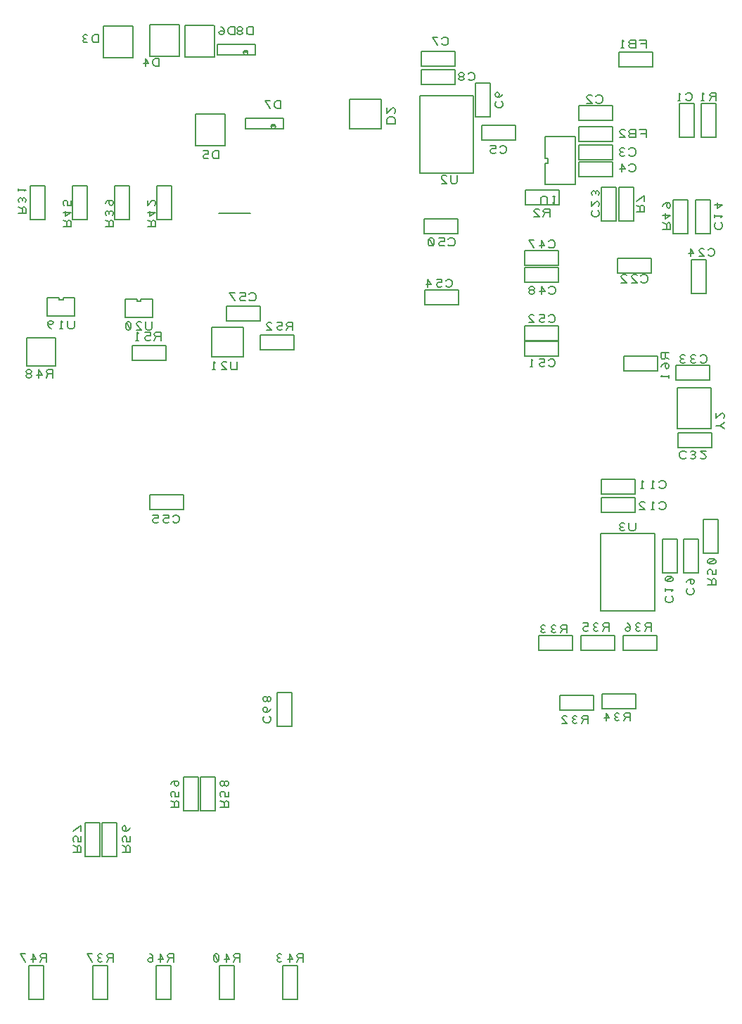
<source format=gbr>
G04 DesignSpark PCB Gerber Version 9.0 Build 5138 *
G04 #@! TF.Part,Single*
G04 #@! TF.FileFunction,Legend,Bot *
G04 #@! TF.FilePolarity,Positive *
%FSLAX35Y35*%
%MOIN*%
%ADD10C,0.00500*%
X0Y0D02*
D02*
D10*
X32639Y483074D02*
X36389D01*
Y485261*
X36076Y485887*
X35451Y486199*
X34826Y485887*
X34514Y485261*
Y483074*
Y485261D02*
X32639Y486199D01*
X32951Y488387D02*
X32639Y489011D01*
Y489637*
X32951Y490261*
X33576Y490574*
X34201Y490261*
X34514Y489637*
Y489011*
Y489637D02*
X34826Y490261D01*
X35451Y490574*
X36076Y490261*
X36389Y489637*
Y489011*
X36076Y488387*
X32639Y493699D02*
Y494949D01*
Y494324D02*
X36389D01*
X35764Y493699*
X37595Y110982D02*
Y126982D01*
X44595*
Y110982*
X37595*
X45201Y496074D02*
Y480074D01*
X38201*
Y496074*
X45201*
X46095Y128669D02*
Y132419D01*
X43908*
X43283Y132107*
X42970Y131482*
X43283Y130857*
X43908Y130544*
X46095*
X43908D02*
X42970Y128669D01*
X39533D02*
Y132419D01*
X41095Y129919*
X38595*
X36095Y128669D02*
X33595Y132419D01*
X36095*
X46470Y443190D02*
Y434528D01*
X59463*
Y443190*
X53951*
Y442206*
X51982*
Y443190*
X46470*
X49000Y405261D02*
Y409011D01*
X46813*
X46187Y408699*
X45875Y408074*
X46187Y407449*
X46813Y407137*
X49000*
X46813D02*
X45875Y405261D01*
X42437D02*
Y409011D01*
X44000Y406511*
X41500*
X38063Y407137D02*
X37437D01*
X36813Y407449*
X36500Y408074*
X36813Y408699*
X37437Y409011*
X38063*
X38687Y408699*
X39000Y408074*
X38687Y407449*
X38063Y407137*
X38687Y406824*
X39000Y406199*
X38687Y405574*
X38063Y405261*
X37437*
X36813Y405574*
X36500Y406199*
X36813Y406824*
X37437Y407137*
X50386Y424331D02*
X36803D01*
Y410945*
X50386*
Y424331*
X53889Y476824D02*
X57639D01*
Y479011*
X57326Y479637*
X56701Y479949*
X56076Y479637*
X55764Y479011*
Y476824*
Y479011D02*
X53889Y479949D01*
Y483387D02*
X57639D01*
X55139Y481824*
Y484324*
X54201Y486824D02*
X53889Y487449D01*
Y488387*
X54201Y489011*
X54826Y489324*
X55139*
X55764Y489011*
X56076Y488387*
Y486824*
X57639*
Y489324*
X58687Y180574D02*
X62437D01*
Y182761*
X62125Y183387*
X61500Y183699*
X60875Y183387*
X60563Y182761*
Y180574*
Y182761D02*
X58687Y183699D01*
X59000Y185574D02*
X58687Y186199D01*
Y187137*
X59000Y187761*
X59625Y188074*
X59937*
X60563Y187761*
X60875Y187137*
Y185574*
X62437*
Y188074*
X58687Y190574D02*
X62437Y193074D01*
Y190574*
X59217Y432296D02*
Y429484D01*
X58904Y428859*
X58279Y428546*
X57029*
X56404Y428859*
X56091Y429484*
Y432296*
X53591Y428546D02*
X52341D01*
X52967D02*
Y432296D01*
X53591Y431672*
X48279Y428546D02*
X47654Y428859D01*
X47029Y429484*
X46717Y430422*
Y431359*
X47029Y431984*
X47654Y432296*
X48279*
X48904Y431984*
X49217Y431359*
X48904Y430734*
X48279Y430422*
X47654*
X47029Y430734*
X46717Y431359*
X65201Y496074D02*
Y480074D01*
X58201*
Y496074*
X65201*
X67995Y110982D02*
Y126982D01*
X74995*
Y110982*
X67995*
X70750Y564011D02*
Y567761D01*
X68875*
X68250Y567449*
X67937Y567137*
X67625Y566511*
Y565261*
X67937Y564637*
X68250Y564324*
X68875Y564011*
X70750*
X65437Y564324D02*
X64813Y564011D01*
X64187*
X63563Y564324*
X63250Y564949*
X63563Y565574*
X64187Y565887*
X64813*
X64187D02*
X63563Y566199D01*
X63250Y566824*
X63563Y567449*
X64187Y567761*
X64813*
X65437Y567449*
X71500Y194574D02*
Y178574D01*
X64500*
Y194574*
X71500*
X73889Y476824D02*
X77639D01*
Y479011*
X77326Y479637*
X76701Y479949*
X76076Y479637*
X75764Y479011*
Y476824*
Y479011D02*
X73889Y479949D01*
X74201Y482137D02*
X73889Y482761D01*
Y483387*
X74201Y484011*
X74826Y484324*
X75451Y484011*
X75764Y483387*
Y482761*
Y483387D02*
X76076Y484011D01*
X76701Y484324*
X77326Y484011*
X77639Y483387*
Y482761*
X77326Y482137*
X73889Y487761D02*
X74201Y488387D01*
X74826Y489011*
X75764Y489324*
X76701*
X77326Y489011*
X77639Y488387*
Y487761*
X77326Y487137*
X76701Y486824*
X76076Y487137*
X75764Y487761*
Y488387*
X76076Y489011*
X76701Y489324*
X77745Y128669D02*
Y132419D01*
X75558*
X74933Y132107*
X74620Y131482*
X74933Y130857*
X75558Y130544*
X77745*
X75558D02*
X74620Y128669D01*
X72433Y128982D02*
X71808Y128669D01*
X71183*
X70558Y128982*
X70245Y129607*
X70558Y130232*
X71183Y130544*
X71808*
X71183D02*
X70558Y130857D01*
X70245Y131482*
X70558Y132107*
X71183Y132419*
X71808*
X72433Y132107*
X67745Y128669D02*
X65245Y132419D01*
X67745*
X79500Y194574D02*
Y178574D01*
X72500*
Y194574*
X79500*
X81937Y180574D02*
X85687D01*
Y182761*
X85375Y183387*
X84750Y183699*
X84125Y183387*
X83813Y182761*
Y180574*
Y182761D02*
X81937Y183699D01*
X82250Y185574D02*
X81937Y186199D01*
Y187137*
X82250Y187761*
X82875Y188074*
X83187*
X83813Y187761*
X84125Y187137*
Y185574*
X85687*
Y188074*
X82875Y190574D02*
X83500Y190887D01*
X83813Y191511*
Y192137*
X83500Y192761*
X82875Y193074*
X82250Y192761*
X81937Y192137*
Y191511*
X82250Y190887*
X82875Y190574*
X83813*
X84750Y190887*
X85375Y191511*
X85687Y192137*
X83334Y442587D02*
Y433926D01*
X96326*
Y442587*
X90814*
Y441603*
X88846*
Y442587*
X83334*
X85201Y496074D02*
Y480074D01*
X78201*
Y496074*
X85201*
X86828Y420513D02*
X102828D01*
Y413513*
X86828*
Y420513*
X87000Y571824D02*
Y556824D01*
X73000*
Y571824*
X86900*
X93889Y476824D02*
X97639D01*
Y479011*
X97326Y479637*
X96701Y479949*
X96076Y479637*
X95764Y479011*
Y476824*
Y479011D02*
X93889Y479949D01*
Y483387D02*
X97639D01*
X95139Y481824*
Y484324*
X93889Y489324D02*
Y486824D01*
X96076Y489011*
X96701Y489324*
X97326Y489011*
X97639Y488387*
Y487449*
X97326Y486824*
X94951Y349910D02*
X110951D01*
Y342910*
X94951*
Y349910*
X96080Y431694D02*
Y428881D01*
X95767Y428256*
X95143Y427944*
X93893*
X93267Y428256*
X92955Y428881*
Y431694*
X88580Y427944D02*
X91080D01*
X88893Y430131*
X88580Y430756*
X88893Y431381*
X89517Y431694*
X90455*
X91080Y431381*
X85767Y428256D02*
X85143Y427944D01*
X84517*
X83893Y428256*
X83580Y428881*
Y430756*
X83893Y431381*
X84517Y431694*
X85143*
X85767Y431381*
X86080Y430756*
Y428881*
X85767Y428256*
X83893Y431381*
X97995Y110982D02*
Y126982D01*
X104995*
Y110982*
X97995*
X99500Y552761D02*
Y556511D01*
X97625*
X97000Y556199*
X96687Y555887*
X96375Y555261*
Y554011*
X96687Y553387*
X97000Y553074*
X97625Y552761*
X99500*
X92937D02*
Y556511D01*
X94500Y554011*
X92000*
X100250Y422950D02*
Y426700D01*
X98063*
X97437Y426388*
X97125Y425763*
X97437Y425138*
X98063Y424826*
X100250*
X98063D02*
X97125Y422950D01*
X95250Y423263D02*
X94625Y422950D01*
X93687*
X93063Y423263*
X92750Y423888*
Y424200*
X93063Y424826*
X93687Y425138*
X95250*
Y426700*
X92750*
X89625Y422950D02*
X88375D01*
X89000D02*
Y426700D01*
X89625Y426076*
X104937Y201824D02*
X108687D01*
Y204011*
X108375Y204637*
X107750Y204949*
X107125Y204637*
X106813Y204011*
Y201824*
Y204011D02*
X104937Y204949D01*
X105250Y206824D02*
X104937Y207449D01*
Y208387*
X105250Y209011*
X105875Y209324*
X106187*
X106813Y209011*
X107125Y208387*
Y206824*
X108687*
Y209324*
X104937Y212761D02*
X105250Y213387D01*
X105875Y214011*
X106813Y214324*
X107750*
X108375Y214011*
X108687Y213387*
Y212761*
X108375Y212137*
X107750Y211824*
X107125Y212137*
X106813Y212761*
Y213387*
X107125Y214011*
X107750Y214324*
X105201Y496074D02*
Y480074D01*
X98201*
Y496074*
X105201*
X106495Y128669D02*
Y132419D01*
X104308*
X103683Y132107*
X103370Y131482*
X103683Y130857*
X104308Y130544*
X106495*
X104308D02*
X103370Y128669D01*
X99933D02*
Y132419D01*
X101495Y129919*
X98995*
X96495Y129607D02*
X96183Y130232D01*
X95558Y130544*
X94933*
X94308Y130232*
X93995Y129607*
X94308Y128982*
X94933Y128669*
X95558*
X96183Y128982*
X96495Y129607*
Y130544*
X96183Y131482*
X95558Y132107*
X94933Y132419*
X105875Y337137D02*
X106187Y336824D01*
X106813Y336511*
X107750*
X108375Y336824*
X108687Y337137*
X109000Y337761*
Y339011*
X108687Y339637*
X108375Y339949*
X107750Y340261*
X106813*
X106187Y339949*
X105875Y339637*
X104000Y336824D02*
X103375Y336511D01*
X102437*
X101813Y336824*
X101500Y337449*
Y337761*
X101813Y338387*
X102437Y338699*
X104000*
Y340261*
X101500*
X99000Y336824D02*
X98375Y336511D01*
X97437*
X96813Y336824*
X96500Y337449*
Y337761*
X96813Y338387*
X97437Y338699*
X99000*
Y340261*
X96500*
X109000Y572574D02*
Y557574D01*
X95000*
Y572574*
X108900*
X116569Y515105D02*
Y530105D01*
X130569*
Y515105*
X116669*
X118000Y216074D02*
Y200074D01*
X111000*
Y216074*
X118000*
X125571Y572074D02*
Y557074D01*
X111571*
Y572074*
X125471*
X126000Y216074D02*
Y200074D01*
X119000*
Y216074*
X126000*
X128437Y201824D02*
X132187D01*
Y204011*
X131875Y204637*
X131250Y204949*
X130625Y204637*
X130313Y204011*
Y201824*
Y204011D02*
X128437Y204949D01*
X128750Y206824D02*
X128437Y207449D01*
Y208387*
X128750Y209011*
X129375Y209324*
X129687*
X130313Y209011*
X130625Y208387*
Y206824*
X132187*
Y209324*
X130313Y212761D02*
Y213387D01*
X130625Y214011*
X131250Y214324*
X131875Y214011*
X132187Y213387*
Y212761*
X131875Y212137*
X131250Y211824*
X130625Y212137*
X130313Y212761*
X130000Y212137*
X129375Y211824*
X128750Y212137*
X128437Y212761*
Y213387*
X128750Y214011*
X129375Y214324*
X130000Y214011*
X130313Y213387*
X127750Y483074D02*
X142750D01*
X127750Y509011D02*
Y512761D01*
X125875*
X125250Y512449*
X124937Y512137*
X124625Y511511*
Y510261*
X124937Y509637*
X125250Y509324*
X125875Y509011*
X127750*
X122750Y509324D02*
X122125Y509011D01*
X121187*
X120563Y509324*
X120250Y509949*
Y510261*
X120563Y510887*
X121187Y511199*
X122750*
Y512761*
X120250*
X127995Y110982D02*
Y126982D01*
X134995*
Y110982*
X127995*
X131189Y439257D02*
X147189D01*
Y432257*
X131189*
Y439257*
X135250Y567761D02*
Y571511D01*
X133375*
X132750Y571199*
X132437Y570887*
X132125Y570261*
Y569011*
X132437Y568387*
X132750Y568074*
X133375Y567761*
X135250*
X130250Y568699D02*
X129937Y569324D01*
X129313Y569637*
X128687*
X128063Y569324*
X127750Y568699*
X128063Y568074*
X128687Y567761*
X129313*
X129937Y568074*
X130250Y568699*
Y569637*
X129937Y570574*
X129313Y571199*
X128687Y571511*
X136500Y412761D02*
Y409949D01*
X136187Y409324*
X135563Y409011*
X134313*
X133687Y409324*
X133375Y409949*
Y412761*
X129000Y409011D02*
X131500D01*
X129313Y411199*
X129000Y411824*
X129313Y412449*
X129937Y412761*
X130875*
X131500Y412449*
X125875Y409011D02*
X124625D01*
X125250D02*
Y412761D01*
X125875Y412137*
X137745Y128669D02*
Y132419D01*
X135558*
X134933Y132107*
X134620Y131482*
X134933Y130857*
X135558Y130544*
X137745*
X135558D02*
X134620Y128669D01*
X131183D02*
Y132419D01*
X132745Y129919*
X130245*
X127433Y128982D02*
X126808Y128669D01*
X126183*
X125558Y128982*
X125245Y129607*
Y131482*
X125558Y132107*
X126183Y132419*
X126808*
X127433Y132107*
X127745Y131482*
Y129607*
X127433Y128982*
X125558Y132107*
X139192Y415011D02*
X124192D01*
Y429011*
X139192*
Y415111*
X141504Y559251D02*
G75*
G02X139327I-1089D01*
G01*
G75*
G02X141504I1089*
G01*
G36*
G75*
G02X139327I-1089*
G01*
G75*
G02X141504I1089*
G01*
G37*
X143971Y567710D02*
Y571460D01*
X142096*
X141471Y571148*
X141158Y570835*
X140846Y570210*
Y568960*
X141158Y568335*
X141471Y568023*
X142096Y567710*
X143971*
X138033Y569585D02*
X137408D01*
X136783Y569898*
X136471Y570523*
X136783Y571148*
X137408Y571460*
X138033*
X138658Y571148*
X138971Y570523*
X138658Y569898*
X138033Y569585*
X138658Y569273*
X138971Y568648*
X138658Y568023*
X138033Y567710*
X137408*
X136783Y568023*
X136471Y568648*
X136783Y569273*
X137408Y569585*
X145065Y558163D02*
X127065D01*
Y563273*
X145065*
Y558163*
X142125Y442320D02*
X142437Y442007D01*
X143063Y441694*
X144000*
X144625Y442007*
X144937Y442320*
X145250Y442944*
Y444194*
X144937Y444820*
X144625Y445132*
X144000Y445444*
X143063*
X142437Y445132*
X142125Y444820*
X140250Y442007D02*
X139625Y441694D01*
X138687*
X138063Y442007*
X137750Y442632*
Y442944*
X138063Y443570*
X138687Y443882*
X140250*
Y445444*
X137750*
X135250Y441694D02*
X132750Y445444D01*
X135250*
X149313Y244949D02*
X149000Y244637D01*
X148687Y244011*
Y243074*
X149000Y242449*
X149313Y242137*
X149937Y241824*
X151187*
X151813Y242137*
X152125Y242449*
X152437Y243074*
Y244011*
X152125Y244637*
X151813Y244949*
X149625Y246824D02*
X150250Y247137D01*
X150563Y247761*
Y248387*
X150250Y249011*
X149625Y249324*
X149000Y249011*
X148687Y248387*
Y247761*
X149000Y247137*
X149625Y246824*
X150563*
X151500Y247137*
X152125Y247761*
X152437Y248387*
X150563Y252761D02*
Y253387D01*
X150875Y254011*
X151500Y254324*
X152125Y254011*
X152437Y253387*
Y252761*
X152125Y252137*
X151500Y251824*
X150875Y252137*
X150563Y252761*
X150250Y252137*
X149625Y251824*
X149000Y252137*
X148687Y252761*
Y253387*
X149000Y254011*
X149625Y254324*
X150250Y254011*
X150563Y253387*
X154625Y524262D02*
G75*
G02X152448I-1089D01*
G01*
G75*
G02X154625I1089*
G01*
G36*
G75*
G02X152448I-1089*
G01*
G75*
G02X154625I1089*
G01*
G37*
X157092Y532721D02*
Y536471D01*
X155217*
X154592Y536159*
X154279Y535846*
X153967Y535221*
Y533971*
X154279Y533346*
X154592Y533034*
X155217Y532721*
X157092*
X152092D02*
X149592Y536471D01*
X152092*
X157995Y110982D02*
Y126982D01*
X164995*
Y110982*
X157995*
X158186Y523174D02*
X140186D01*
Y528284*
X158186*
Y523174*
X162500Y256074D02*
Y240074D01*
X155500*
Y256074*
X162500*
X162750Y427761D02*
Y431511D01*
X160563*
X159937Y431199*
X159625Y430574*
X159937Y429949*
X160563Y429637*
X162750*
X160563D02*
X159625Y427761D01*
X157750Y428074D02*
X157125Y427761D01*
X156187*
X155563Y428074*
X155250Y428699*
Y429011*
X155563Y429637*
X156187Y429949*
X157750*
Y431511*
X155250*
X150250Y427761D02*
X152750D01*
X150563Y429949*
X150250Y430574*
X150563Y431199*
X151187Y431511*
X152125*
X152750Y431199*
X163434Y418511D02*
X147434D01*
Y425511*
X163434*
Y418511*
X167745Y128669D02*
Y132419D01*
X165558*
X164933Y132107*
X164620Y131482*
X164933Y130857*
X165558Y130544*
X167745*
X165558D02*
X164620Y128669D01*
X161183D02*
Y132419D01*
X162745Y129919*
X160245*
X157433Y128982D02*
X156808Y128669D01*
X156183*
X155558Y128982*
X155245Y129607*
X155558Y130232*
X156183Y130544*
X156808*
X156183D02*
X155558Y130857D01*
X155245Y131482*
X155558Y132107*
X156183Y132419*
X156808*
X157433Y132107*
X189796Y537102D02*
X204796D01*
Y523102*
X189796*
Y537002*
X207437Y525574D02*
X211187D01*
Y527449*
X210875Y528074*
X210563Y528387*
X209937Y528699*
X208687*
X208063Y528387*
X207750Y528074*
X207437Y527449*
Y525574*
Y533074D02*
Y530574D01*
X209625Y532761*
X210250Y533074*
X210875Y532761*
X211187Y532137*
Y531199*
X210875Y530574*
X222877Y502267D02*
X248507D01*
Y538921*
X222877*
Y502267*
X223660Y551094D02*
X239660D01*
Y544094*
X223660*
Y551094*
Y559844D02*
X239660D01*
Y552844*
X223660*
Y559844*
X233375Y563387D02*
X233687Y563074D01*
X234313Y562761*
X235250*
X235875Y563074*
X236187Y563387*
X236500Y564011*
Y565261*
X236187Y565887*
X235875Y566199*
X235250Y566511*
X234313*
X233687Y566199*
X233375Y565887*
X231500Y562761D02*
X229000Y566511D01*
X231500*
X235255Y448817D02*
X235567Y448505D01*
X236193Y448192*
X237130*
X237755Y448505*
X238067Y448817*
X238380Y449442*
Y450692*
X238067Y451317*
X237755Y451630*
X237130Y451942*
X236193*
X235567Y451630*
X235255Y451317*
X233380Y448505D02*
X232755Y448192D01*
X231817*
X231193Y448505*
X230880Y449130*
Y449442*
X231193Y450067*
X231817Y450380*
X233380*
Y451942*
X230880*
X226817Y448192D02*
Y451942D01*
X228380Y449442*
X225880*
X236505Y468307D02*
X236817Y467994D01*
X237443Y467681*
X238380*
X239005Y467994*
X239317Y468307*
X239630Y468931*
Y470181*
X239317Y470807*
X239005Y471119*
X238380Y471431*
X237443*
X236817Y471119*
X236505Y470807*
X234630Y467994D02*
X234005Y467681D01*
X233067*
X232443Y467994*
X232130Y468619*
Y468931*
X232443Y469557*
X233067Y469869*
X234630*
Y471431*
X232130*
X229317Y467994D02*
X228693Y467681D01*
X228067*
X227443Y467994*
X227130Y468619*
Y470494*
X227443Y471119*
X228067Y471431*
X228693*
X229317Y471119*
X229630Y470494*
Y468619*
X229317Y467994*
X227443Y471119*
X240692Y501031D02*
Y498219D01*
X240379Y497594*
X239754Y497281*
X238504*
X237879Y497594*
X237567Y498219*
Y501031*
X233192Y497281D02*
X235692D01*
X233504Y499469*
X233192Y500094*
X233504Y500719*
X234129Y501031*
X235067*
X235692Y500719*
X240880Y473494D02*
X224880D01*
Y480494*
X240880*
Y473494*
X241380Y439755D02*
X225380D01*
Y446755*
X241380*
Y439755*
X245875Y546657D02*
X246187Y546344D01*
X246813Y546031*
X247750*
X248375Y546344*
X248687Y546657*
X249000Y547281*
Y548531*
X248687Y549157*
X248375Y549469*
X247750Y549781*
X246813*
X246187Y549469*
X245875Y549157*
X243063Y547907D02*
X242437D01*
X241813Y548219*
X241500Y548844*
X241813Y549469*
X242437Y549781*
X243063*
X243687Y549469*
X244000Y548844*
X243687Y548219*
X243063Y547907*
X243687Y547594*
X244000Y546969*
X243687Y546344*
X243063Y546031*
X242437*
X241813Y546344*
X241500Y546969*
X241813Y547594*
X242437Y547907*
X252401Y524855D02*
X268401D01*
Y517855*
X252401*
Y524855*
X256404Y544975D02*
Y528975D01*
X249404*
Y544975*
X256404*
X259313Y536199D02*
X259000Y535887D01*
X258687Y535261*
Y534324*
X259000Y533699*
X259313Y533387*
X259937Y533074*
X261187*
X261813Y533387*
X262125Y533699*
X262437Y534324*
Y535261*
X262125Y535887*
X261813Y536199*
X259625Y538074D02*
X260250Y538387D01*
X260563Y539011*
Y539637*
X260250Y540261*
X259625Y540574*
X259000Y540261*
X258687Y539637*
Y539011*
X259000Y538387*
X259625Y538074*
X260563*
X261500Y538387*
X262125Y539011*
X262437Y539637*
X260875Y512137D02*
X261187Y511824D01*
X261813Y511511*
X262750*
X263375Y511824*
X263687Y512137*
X264000Y512761*
Y514011*
X263687Y514637*
X263375Y514949*
X262750Y515261*
X261813*
X261187Y514949*
X260875Y514637*
X259000Y511824D02*
X258375Y511511D01*
X257437*
X256813Y511824*
X256500Y512449*
Y512761*
X256813Y513387*
X257437Y513699*
X259000*
Y515261*
X256500*
X272701Y422387D02*
X288701D01*
Y415387*
X272701*
Y422387*
Y457580D02*
X288701D01*
Y450580*
X272701*
Y457580*
Y465499D02*
X288701D01*
Y458499*
X272701*
Y465499*
X272826Y429885D02*
X288826D01*
Y422885*
X272826*
Y429885*
X272880Y494074D02*
X288880D01*
Y487074*
X272880*
Y494074*
X280268Y487540D02*
Y490352D01*
X280580Y490978*
X281205Y491290*
X282455*
X283080Y490978*
X283393Y490352*
Y487540*
X285893Y491290D02*
X287143D01*
X286518D02*
Y487540D01*
X285893Y488165*
X282236Y496696D02*
X296764D01*
Y519452*
X282236*
Y509324*
X283750*
Y506824*
X282236*
Y496696*
X284630Y481511D02*
Y485261D01*
X282443*
X281817Y484949*
X281505Y484324*
X281817Y483699*
X282443Y483387*
X284630*
X282443D02*
X281505Y481511D01*
X277130D02*
X279630D01*
X277443Y483699*
X277130Y484324*
X277443Y484949*
X278067Y485261*
X279005*
X279630Y484949*
X284005Y411078D02*
X284317Y410765D01*
X284943Y410453*
X285880*
X286505Y410765*
X286817Y411078*
X287130Y411703*
Y412953*
X286817Y413578*
X286505Y413891*
X285880Y414203*
X284943*
X284317Y413891*
X284005Y413578*
X282130Y410765D02*
X281505Y410453D01*
X280567*
X279943Y410765*
X279630Y411391*
Y411703*
X279943Y412328*
X280567Y412641*
X282130*
Y414203*
X279630*
X276505Y410453D02*
X275255D01*
X275880D02*
Y414203D01*
X276505Y413578*
X284005Y432005D02*
X284317Y431693D01*
X284943Y431380*
X285880*
X286505Y431693*
X286817Y432005*
X287130Y432630*
Y433880*
X286817Y434505*
X286505Y434818*
X285880Y435130*
X284943*
X284317Y434818*
X284005Y434505*
X282130Y431693D02*
X281505Y431380D01*
X280567*
X279943Y431693*
X279630Y432318*
Y432630*
X279943Y433255*
X280567Y433568*
X282130*
Y435130*
X279630*
X274630Y431380D02*
X277130D01*
X274943Y433568*
X274630Y434193*
X274943Y434818*
X275567Y435130*
X276505*
X277130Y434818*
X284005Y467310D02*
X284317Y466998D01*
X284943Y466685*
X285880*
X286505Y466998*
X286817Y467310*
X287130Y467935*
Y469185*
X286817Y469810*
X286505Y470123*
X285880Y470435*
X284943*
X284317Y470123*
X284005Y469810*
X280567Y466685D02*
Y470435D01*
X282130Y467935*
X279630*
X277130Y466685D02*
X274630Y470435D01*
X277130*
X284143Y445442D02*
X284455Y445130D01*
X285080Y444817*
X286018*
X286643Y445130*
X286955Y445442*
X287268Y446067*
Y447317*
X286955Y447942*
X286643Y448255*
X286018Y448567*
X285080*
X284455Y448255*
X284143Y447942*
X280705Y444817D02*
Y448567D01*
X282268Y446067*
X279768*
X276330Y446692D02*
X275705D01*
X275080Y447005*
X274768Y447630*
X275080Y448255*
X275705Y448567*
X276330*
X276955Y448255*
X277268Y447630*
X276955Y447005*
X276330Y446692*
X276955Y446380*
X277268Y445755*
X276955Y445130*
X276330Y444817*
X275705*
X275080Y445130*
X274768Y445755*
X275080Y446380*
X275705Y446692*
X292750Y284370D02*
Y288120D01*
X290563*
X289937Y287808*
X289625Y287183*
X289937Y286558*
X290563Y286245*
X292750*
X290563D02*
X289625Y284370D01*
X287437Y284683D02*
X286813Y284370D01*
X286187*
X285563Y284683*
X285250Y285308*
X285563Y285933*
X286187Y286245*
X286813*
X286187D02*
X285563Y286558D01*
X285250Y287183*
X285563Y287808*
X286187Y288120*
X286813*
X287437Y287808*
X282437Y284683D02*
X281813Y284370D01*
X281187*
X280563Y284683*
X280250Y285308*
X280563Y285933*
X281187Y286245*
X281813*
X281187D02*
X280563Y286558D01*
X280250Y287183*
X280563Y287808*
X281187Y288120*
X281813*
X282437Y287808*
X295269Y276183D02*
X279269D01*
Y283183*
X295269*
Y276183*
X298380Y524074D02*
X314380D01*
Y517074*
X298380*
Y524074*
Y534074D02*
X314380D01*
Y527074*
X298380*
Y534074*
X302750Y241511D02*
Y245261D01*
X300563*
X299937Y244949*
X299625Y244324*
X299937Y243699*
X300563Y243387*
X302750*
X300563D02*
X299625Y241511D01*
X297437Y241824D02*
X296813Y241511D01*
X296187*
X295563Y241824*
X295250Y242449*
X295563Y243074*
X296187Y243387*
X296813*
X296187D02*
X295563Y243699D01*
X295250Y244324*
X295563Y244949*
X296187Y245261*
X296813*
X297437Y244949*
X290250Y241511D02*
X292750D01*
X290563Y243699*
X290250Y244324*
X290563Y244949*
X291187Y245261*
X292125*
X292750Y244949*
X304943Y484532D02*
X304630Y484219D01*
X304317Y483594*
Y482657*
X304630Y482032*
X304943Y481719*
X305567Y481407*
X306817*
X307443Y481719*
X307755Y482032*
X308067Y482657*
Y483594*
X307755Y484219*
X307443Y484532*
X304317Y488907D02*
Y486407D01*
X306505Y488594*
X307130Y488907*
X307755Y488594*
X308067Y487969*
Y487032*
X307755Y486407*
X304630Y491719D02*
X304317Y492344D01*
Y492969*
X304630Y493594*
X305255Y493907*
X305880Y493594*
X306193Y492969*
Y492344*
Y492969D02*
X306505Y493594D01*
X307130Y493907*
X307755Y493594*
X308067Y492969*
Y492344*
X307755Y491719*
X305269Y247940D02*
X289269D01*
Y254940*
X305269*
Y247940*
X308815Y294874D02*
X334445D01*
Y331527*
X308815*
Y294874*
X308880Y348574D02*
X324880D01*
Y341574*
X308880*
Y348574*
Y357324D02*
X324880D01*
Y350324*
X308880*
Y357324*
X306505Y535887D02*
X306817Y535574D01*
X307443Y535261*
X308380*
X309005Y535574*
X309317Y535887*
X309630Y536511*
Y537761*
X309317Y538387*
X309005Y538699*
X308380Y539011*
X307443*
X306817Y538699*
X306505Y538387*
X302130Y535261D02*
X304630D01*
X302443Y537449*
X302130Y538074*
X302443Y538699*
X303067Y539011*
X304005*
X304630Y538699*
X312750Y285261D02*
Y289011D01*
X310563*
X309937Y288699*
X309625Y288074*
X309937Y287449*
X310563Y287137*
X312750*
X310563D02*
X309625Y285261D01*
X307437Y285574D02*
X306813Y285261D01*
X306187*
X305563Y285574*
X305250Y286199*
X305563Y286824*
X306187Y287137*
X306813*
X306187D02*
X305563Y287449D01*
X305250Y288074*
X305563Y288699*
X306187Y289011*
X306813*
X307437Y288699*
X302750Y285574D02*
X302125Y285261D01*
X301187*
X300563Y285574*
X300250Y286199*
Y286511*
X300563Y287137*
X301187Y287449*
X302750*
Y289011*
X300250*
X314500Y500574D02*
X298500D01*
Y507574*
X314500*
Y500574*
Y508574D02*
X298500D01*
Y515574*
X314500*
Y508574*
X315269Y276183D02*
X299269D01*
Y283183*
X315269*
Y276183*
X315880Y495616D02*
Y479616D01*
X308880*
Y495616*
X315880*
X319522Y415649D02*
X335522D01*
Y408649*
X319522*
Y415649*
X322750Y242761D02*
Y246511D01*
X320563*
X319937Y246199*
X319625Y245574*
X319937Y244949*
X320563Y244637*
X322750*
X320563D02*
X319625Y242761D01*
X317437Y243074D02*
X316813Y242761D01*
X316187*
X315563Y243074*
X315250Y243699*
X315563Y244324*
X316187Y244637*
X316813*
X316187D02*
X315563Y244949D01*
X315250Y245574*
X315563Y246199*
X316187Y246511*
X316813*
X317437Y246199*
X311187Y242761D02*
Y246511D01*
X312750Y244011*
X310250*
X324380Y495616D02*
Y479616D01*
X317380*
Y495616*
X324380*
X325567Y483866D02*
X329317D01*
Y486053*
X329005Y486678*
X328380Y486991*
X327755Y486678*
X327443Y486053*
Y483866*
Y486053D02*
X325567Y486991D01*
Y488866D02*
X329317Y491366D01*
Y488866*
X325250Y336511D02*
Y333699D01*
X324937Y333074*
X324313Y332761*
X323063*
X322437Y333074*
X322125Y333699*
Y336511*
X319937Y333074D02*
X319313Y332761D01*
X318687*
X318063Y333074*
X317750Y333699*
X318063Y334324*
X318687Y334637*
X319313*
X318687D02*
X318063Y334949D01*
X317750Y335574*
X318063Y336199*
X318687Y336511*
X319313*
X319937Y336199*
X322125Y503387D02*
X322437Y503074D01*
X323063Y502761*
X324000*
X324625Y503074*
X324937Y503387*
X325250Y504011*
Y505261*
X324937Y505887*
X324625Y506199*
X324000Y506511*
X323063*
X322437Y506199*
X322125Y505887*
X318687Y502761D02*
Y506511D01*
X320250Y504011*
X317750*
X322125Y510887D02*
X322437Y510574D01*
X323063Y510261*
X324000*
X324625Y510574*
X324937Y510887*
X325250Y511511*
Y512761*
X324937Y513387*
X324625Y513699*
X324000Y514011*
X323063*
X322437Y513699*
X322125Y513387*
X319937Y510574D02*
X319313Y510261D01*
X318687*
X318063Y510574*
X317750Y511199*
X318063Y511824*
X318687Y512137*
X319313*
X318687D02*
X318063Y512449D01*
X317750Y513074*
X318063Y513699*
X318687Y514011*
X319313*
X319937Y513699*
X325269Y248565D02*
X309269D01*
Y255565*
X325269*
Y248565*
X330250Y519011D02*
Y522761D01*
X327125*
X327750Y520887D02*
X330250D01*
X323063D02*
X322437Y520574D01*
X322125Y519949*
X322437Y519324*
X323063Y519011*
X325250*
Y522761*
X323063*
X322437Y522449*
X322125Y521824*
X322437Y521199*
X323063Y520887*
X325250*
X317750Y519011D02*
X320250D01*
X318063Y521199*
X317750Y521824*
X318063Y522449*
X318687Y522761*
X319625*
X320250Y522449*
X330250Y561511D02*
Y565261D01*
X327125*
X327750Y563387D02*
X330250D01*
X323063D02*
X322437Y563074D01*
X322125Y562449*
X322437Y561824*
X323063Y561511*
X325250*
Y565261*
X323063*
X322437Y564949*
X322125Y564324*
X322437Y563699*
X323063Y563387*
X325250*
X319625Y561511D02*
X318375D01*
X319000D02*
Y565261D01*
X319625Y564637*
X327755Y450887D02*
X328067Y450574D01*
X328693Y450261*
X329630*
X330255Y450574*
X330567Y450887*
X330880Y451511*
Y452761*
X330567Y453387*
X330255Y453699*
X329630Y454011*
X328693*
X328067Y453699*
X327755Y453387*
X323380Y450261D02*
X325880D01*
X323693Y452449*
X323380Y453074*
X323693Y453699*
X324317Y454011*
X325255*
X325880Y453699*
X318380Y450261D02*
X320880D01*
X318693Y452449*
X318380Y453074*
X318693Y453699*
X319317Y454011*
X320255*
X320880Y453699*
X332750Y285261D02*
Y289011D01*
X330563*
X329937Y288699*
X329625Y288074*
X329937Y287449*
X330563Y287137*
X332750*
X330563D02*
X329625Y285261D01*
X327437Y285574D02*
X326813Y285261D01*
X326187*
X325563Y285574*
X325250Y286199*
X325563Y286824*
X326187Y287137*
X326813*
X326187D02*
X325563Y287449D01*
X325250Y288074*
X325563Y288699*
X326187Y289011*
X326813*
X327437Y288699*
X322750Y286199D02*
X322437Y286824D01*
X321813Y287137*
X321187*
X320563Y286824*
X320250Y286199*
X320563Y285574*
X321187Y285261*
X321813*
X322437Y285574*
X322750Y286199*
Y287137*
X322437Y288074*
X321813Y288699*
X321187Y289011*
X332757Y454951D02*
X316757D01*
Y461951*
X332757*
Y454951*
X333380Y552574D02*
X317380D01*
Y559574*
X333380*
Y552574*
X335269Y276183D02*
X319269D01*
Y283183*
X335269*
Y276183*
X338067Y475574D02*
X341817D01*
Y477761*
X341505Y478387*
X340880Y478699*
X340255Y478387*
X339943Y477761*
Y475574*
Y477761D02*
X338067Y478699D01*
Y482137D02*
X341817D01*
X339317Y480574*
Y483074*
X338067Y486511D02*
X338380Y487137D01*
X339005Y487761*
X339943Y488074*
X340880*
X341505Y487761*
X341817Y487137*
Y486511*
X341505Y485887*
X340880Y485574*
X340255Y485887*
X339943Y486511*
Y487137*
X340255Y487761*
X340880Y488074*
X338130Y312700D02*
Y328700D01*
X345130*
Y312700*
X338130*
X339943Y301826D02*
X339630Y301513D01*
X339317Y300888*
Y299950*
X339630Y299326*
X339943Y299013*
X340567Y298700*
X341817*
X342443Y299013*
X342755Y299326*
X343067Y299950*
Y300888*
X342755Y301513*
X342443Y301826*
X339317Y304326D02*
Y305576D01*
Y304950D02*
X343067D01*
X342443Y304326*
X339630Y309013D02*
X339317Y309638D01*
Y310263*
X339630Y310888*
X340255Y311200*
X342130*
X342755Y310888*
X343067Y310263*
Y309638*
X342755Y309013*
X342130Y308700*
X340255*
X339630Y309013*
X342755Y310888*
X336505Y343387D02*
X336817Y343074D01*
X337443Y342761*
X338380*
X339005Y343074*
X339317Y343387*
X339630Y344011*
Y345261*
X339317Y345887*
X339005Y346199*
X338380Y346511*
X337443*
X336817Y346199*
X336505Y345887*
X334005Y342761D02*
X332755D01*
X333380D02*
Y346511D01*
X334005Y345887*
X327130Y342761D02*
X329630D01*
X327443Y344949*
X327130Y345574*
X327443Y346199*
X328067Y346511*
X329005*
X329630Y346199*
X336505Y353387D02*
X336817Y353074D01*
X337443Y352761*
X338380*
X339005Y353074*
X339317Y353387*
X339630Y354011*
Y355261*
X339317Y355887*
X339005Y356199*
X338380Y356511*
X337443*
X336817Y356199*
X336505Y355887*
X334005Y352761D02*
X332755D01*
X333380D02*
Y356511D01*
X334005Y355887*
X329005Y352761D02*
X327755D01*
X328380D02*
Y356511D01*
X329005Y355887*
X341085Y417149D02*
X337335D01*
Y414961*
X337647Y414336*
X338272Y414024*
X338897Y414336*
X339209Y414961*
Y417149*
Y414961D02*
X341085Y414024D01*
X340147Y412149D02*
X339522Y411836D01*
X339209Y411211*
Y410586*
X339522Y409961*
X340147Y409649*
X340772Y409961*
X341085Y410586*
Y411211*
X340772Y411836*
X340147Y412149*
X339209*
X338272Y411836*
X337647Y411211*
X337335Y410586*
X341085Y406524D02*
Y405274D01*
Y405899D02*
X337335D01*
X337959Y406524*
X344500Y411074D02*
X360500D01*
Y404074*
X344500*
Y411074*
X345500Y379074D02*
X361500D01*
Y372074*
X345500*
Y379074*
X345880Y519074D02*
Y535074D01*
X352880*
Y519074*
X345880*
X349249Y370011D02*
X348936Y370324D01*
X348311Y370637*
X347374*
X346749Y370324*
X346436Y370011*
X346124Y369387*
Y368137*
X346436Y367511*
X346749Y367199*
X347374Y366887*
X348311*
X348936Y367199*
X349249Y367511*
X351436Y370324D02*
X352061Y370637D01*
X352686*
X353311Y370324*
X353624Y369699*
X353311Y369074*
X352686Y368761*
X352061*
X352686D02*
X353311Y368449D01*
X353624Y367824*
X353311Y367199*
X352686Y366887*
X352061*
X351436Y367199*
X358624Y370637D02*
X356124D01*
X358311Y368449*
X358624Y367824*
X358311Y367199*
X357686Y366887*
X356749*
X356124Y367199*
X348130Y312700D02*
Y328700D01*
X355130*
Y312700*
X348130*
X349943Y305576D02*
X349630Y305263D01*
X349317Y304638*
Y303700*
X349630Y303076*
X349943Y302763*
X350567Y302450*
X351817*
X352443Y302763*
X352755Y303076*
X353067Y303700*
Y304638*
X352755Y305263*
X352443Y305576*
X349317Y308388D02*
X349630Y309013D01*
X350255Y309638*
X351193Y309950*
X352130*
X352755Y309638*
X353067Y309013*
Y308388*
X352755Y307763*
X352130Y307450*
X351505Y307763*
X351193Y308388*
Y309013*
X351505Y309638*
X352130Y309950*
X349880Y489574D02*
Y473574D01*
X342880*
Y489574*
X349880*
X351709Y445074D02*
Y461074D01*
X358709*
Y445074*
X351709*
X349005Y537137D02*
X349317Y536824D01*
X349943Y536511*
X350880*
X351505Y536824*
X351817Y537137*
X352130Y537761*
Y539011*
X351817Y539637*
X351505Y539949*
X350880Y540261*
X349943*
X349317Y539949*
X349005Y539637*
X346505Y536511D02*
X345255D01*
X345880D02*
Y540261D01*
X346505Y539637*
X356488Y519074D02*
Y535074D01*
X363488*
Y519074*
X356488*
X359433Y307048D02*
X363183D01*
Y309235*
X362870Y309860*
X362245Y310173*
X361620Y309860*
X361308Y309235*
Y307048*
Y309235D02*
X359433Y310173D01*
X359745Y312048D02*
X359433Y312673D01*
Y313610*
X359745Y314235*
X360370Y314548*
X360683*
X361308Y314235*
X361620Y313610*
Y312048*
X363183*
Y314548*
X359745Y317360D02*
X359433Y317985D01*
Y318610*
X359745Y319235*
X360370Y319548*
X362245*
X362870Y319235*
X363183Y318610*
Y317985*
X362870Y317360*
X362245Y317048*
X360370*
X359745Y317360*
X362870Y319235*
X355875Y412887D02*
X356187Y412574D01*
X356813Y412261*
X357750*
X358375Y412574*
X358687Y412887*
X359000Y413511*
Y414761*
X358687Y415387*
X358375Y415699*
X357750Y416011*
X356813*
X356187Y415699*
X355875Y415387*
X353687Y412574D02*
X353063Y412261D01*
X352437*
X351813Y412574*
X351500Y413199*
X351813Y413824*
X352437Y414137*
X353063*
X352437D02*
X351813Y414449D01*
X351500Y415074*
X351813Y415699*
X352437Y416011*
X353063*
X353687Y415699*
X348687Y412574D02*
X348063Y412261D01*
X347437*
X346813Y412574*
X346500Y413199*
X346813Y413824*
X347437Y414137*
X348063*
X347437D02*
X346813Y414449D01*
X346500Y415074*
X346813Y415699*
X347437Y416011*
X348063*
X348687Y415699*
X360746Y489574D02*
Y473574D01*
X353746*
Y489574*
X360746*
X361161Y381126D02*
Y400417D01*
X345020*
Y381126*
X361161*
X363308Y478699D02*
X362996Y478387D01*
X362683Y477761*
Y476824*
X362996Y476199*
X363308Y475887*
X363933Y475574*
X365183*
X365808Y475887*
X366121Y476199*
X366433Y476824*
Y477761*
X366121Y478387*
X365808Y478699*
X362683Y481199D02*
Y482449D01*
Y481824D02*
X366433D01*
X365808Y481199*
X362683Y487137D02*
X366433D01*
X363933Y485574*
Y488074*
X363437Y382637D02*
X365313D01*
X367187Y381074*
X365313Y382637D02*
X367187Y384199D01*
X363437Y388574D02*
Y386074D01*
X365625Y388261*
X366250Y388574*
X366875Y388261*
X367187Y387637*
Y386699*
X366875Y386074*
X359625Y463387D02*
X359937Y463074D01*
X360563Y462761*
X361500*
X362125Y463074*
X362437Y463387*
X362750Y464011*
Y465261*
X362437Y465887*
X362125Y466199*
X361500Y466511*
X360563*
X359937Y466199*
X359625Y465887*
X355250Y462761D02*
X357750D01*
X355563Y464949*
X355250Y465574*
X355563Y466199*
X356187Y466511*
X357125*
X357750Y466199*
X351187Y462761D02*
Y466511D01*
X352750Y464011*
X350250*
X363380Y536511D02*
Y540261D01*
X361193*
X360567Y539949*
X360255Y539324*
X360567Y538699*
X361193Y538387*
X363380*
X361193D02*
X360255Y536511D01*
X357755D02*
X356505D01*
X357130D02*
Y540261D01*
X357755Y539637*
X364494Y338165D02*
Y322165D01*
X357494*
Y338165*
X364494*
X0Y0D02*
M02*

</source>
